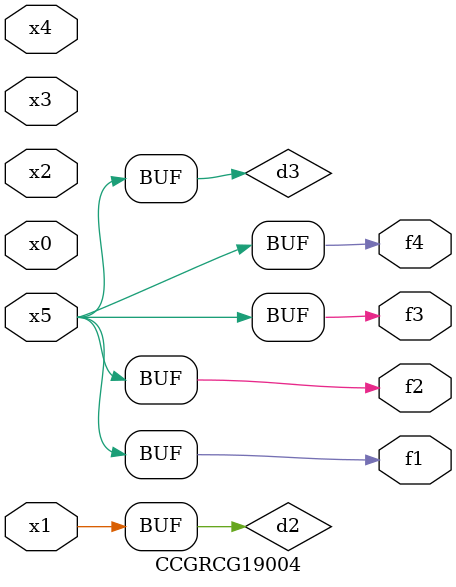
<source format=v>
module CCGRCG19004(
	input x0, x1, x2, x3, x4, x5,
	output f1, f2, f3, f4
);

	wire d1, d2, d3;

	not (d1, x5);
	or (d2, x1);
	xnor (d3, d1);
	assign f1 = d3;
	assign f2 = d3;
	assign f3 = d3;
	assign f4 = d3;
endmodule

</source>
